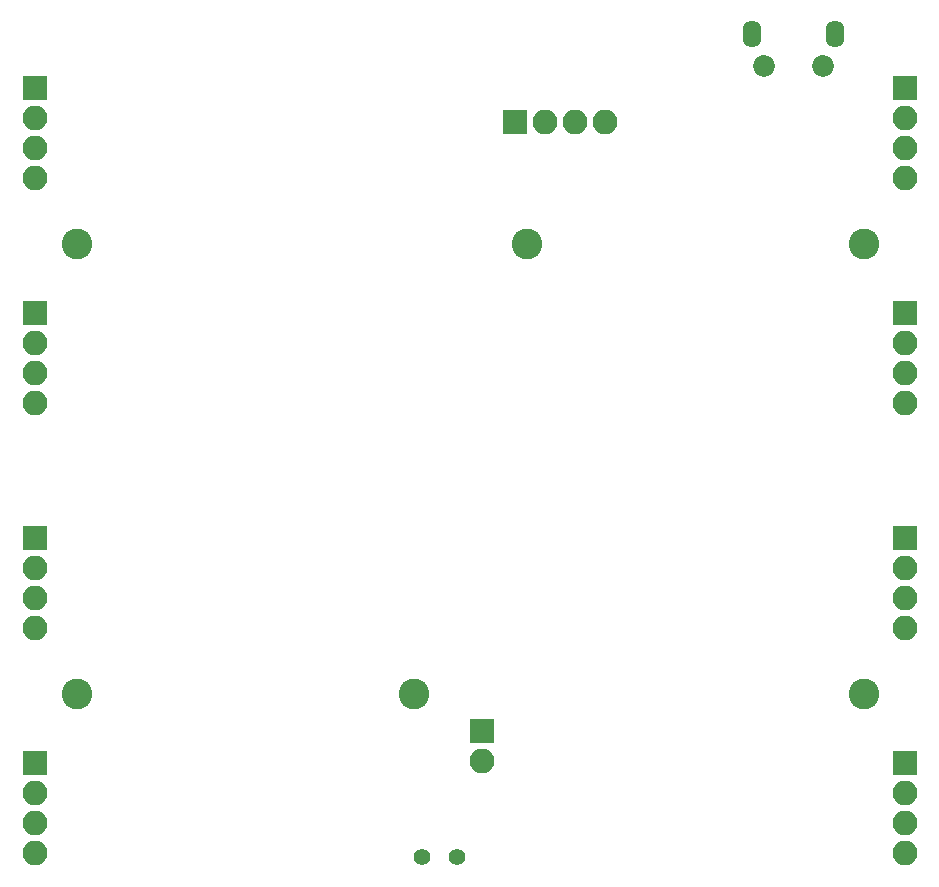
<source format=gbr>
G04 #@! TF.GenerationSoftware,KiCad,Pcbnew,(5.0.0)*
G04 #@! TF.CreationDate,2019-06-08T15:20:39-06:00*
G04 #@! TF.ProjectId,4x4_platform,3478345F706C6174666F726D2E6B6963,rev?*
G04 #@! TF.SameCoordinates,Original*
G04 #@! TF.FileFunction,Soldermask,Bot*
G04 #@! TF.FilePolarity,Negative*
%FSLAX46Y46*%
G04 Gerber Fmt 4.6, Leading zero omitted, Abs format (unit mm)*
G04 Created by KiCad (PCBNEW (5.0.0)) date 06/08/19 15:20:39*
%MOMM*%
%LPD*%
G01*
G04 APERTURE LIST*
%ADD10R,2.100000X2.100000*%
%ADD11O,2.100000X2.100000*%
%ADD12C,2.600000*%
%ADD13C,1.400000*%
%ADD14C,1.850000*%
%ADD15O,1.600000X2.300000*%
G04 APERTURE END LIST*
D10*
G04 #@! TO.C,J1*
X77470000Y-82232500D03*
D11*
X77470000Y-84772500D03*
X77470000Y-87312500D03*
X77470000Y-89852500D03*
G04 #@! TD*
G04 #@! TO.C,J2*
X77470000Y-108902500D03*
X77470000Y-106362500D03*
X77470000Y-103822500D03*
D10*
X77470000Y-101282500D03*
G04 #@! TD*
G04 #@! TO.C,J3*
X77470000Y-120332500D03*
D11*
X77470000Y-122872500D03*
X77470000Y-125412500D03*
X77470000Y-127952500D03*
G04 #@! TD*
G04 #@! TO.C,J4*
X77470000Y-147002500D03*
X77470000Y-144462500D03*
X77470000Y-141922500D03*
D10*
X77470000Y-139382500D03*
G04 #@! TD*
G04 #@! TO.C,J5*
X151130000Y-82232500D03*
D11*
X151130000Y-84772500D03*
X151130000Y-87312500D03*
X151130000Y-89852500D03*
G04 #@! TD*
G04 #@! TO.C,J6*
X151130000Y-108902500D03*
X151130000Y-106362500D03*
X151130000Y-103822500D03*
D10*
X151130000Y-101282500D03*
G04 #@! TD*
G04 #@! TO.C,J7*
X151130000Y-120332500D03*
D11*
X151130000Y-122872500D03*
X151130000Y-125412500D03*
X151130000Y-127952500D03*
G04 #@! TD*
G04 #@! TO.C,J8*
X151130000Y-147002500D03*
X151130000Y-144462500D03*
X151130000Y-141922500D03*
D10*
X151130000Y-139382500D03*
G04 #@! TD*
G04 #@! TO.C,J9*
X118110000Y-85090000D03*
D11*
X120650000Y-85090000D03*
X123190000Y-85090000D03*
X125730000Y-85090000D03*
G04 #@! TD*
D12*
G04 #@! TO.C,J11*
X81026000Y-133477000D03*
G04 #@! TD*
G04 #@! TO.C,J12*
X147701000Y-95377000D03*
G04 #@! TD*
G04 #@! TO.C,J13*
X147701000Y-133477000D03*
G04 #@! TD*
G04 #@! TO.C,J14*
X109601000Y-133477000D03*
G04 #@! TD*
G04 #@! TO.C,J15*
X119126000Y-95377000D03*
G04 #@! TD*
G04 #@! TO.C,J16*
X81026000Y-95377000D03*
G04 #@! TD*
D13*
G04 #@! TO.C,SW1*
X110260000Y-147320000D03*
X113260000Y-147320000D03*
G04 #@! TD*
D14*
G04 #@! TO.C,J17*
X144206600Y-80354900D03*
X139206600Y-80354900D03*
D15*
X145206600Y-77654900D03*
X138206600Y-77654900D03*
G04 #@! TD*
D10*
G04 #@! TO.C,J10*
X115316000Y-136652000D03*
D11*
X115316000Y-139192000D03*
G04 #@! TD*
M02*

</source>
